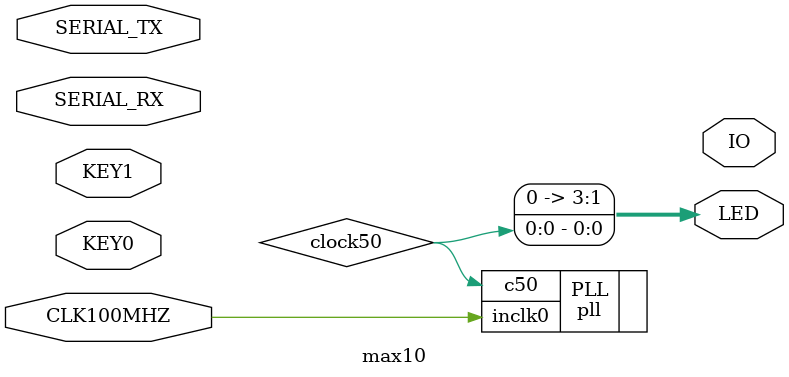
<source format=v>
module max10(

    output wire [13:0]   IO,
    output wire [ 3:0]   LED,
    input  wire          KEY0,
    input  wire          KEY1,
    input  wire          SERIAL_RX,
    input  wire          SERIAL_TX,
    input  wire          CLK100MHZ
);

assign LED = clock50;

pll PLL(
    .inclk0 (CLK100MHZ),
    .c50    (clock50),
);

endmodule

</source>
